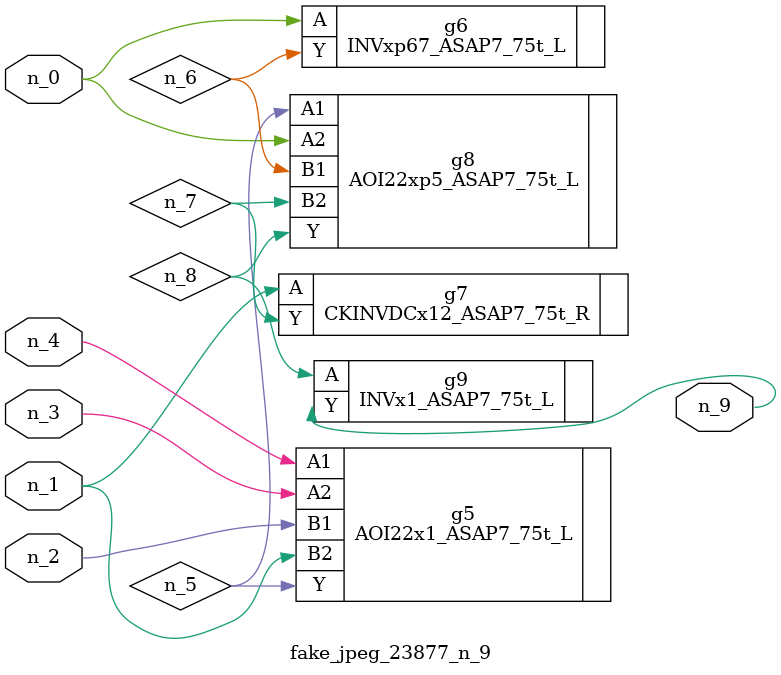
<source format=v>
module fake_jpeg_23877_n_9 (n_3, n_2, n_1, n_0, n_4, n_9);

input n_3;
input n_2;
input n_1;
input n_0;
input n_4;

output n_9;

wire n_8;
wire n_6;
wire n_5;
wire n_7;

AOI22x1_ASAP7_75t_L g5 ( 
.A1(n_4),
.A2(n_3),
.B1(n_2),
.B2(n_1),
.Y(n_5)
);

INVxp67_ASAP7_75t_L g6 ( 
.A(n_0),
.Y(n_6)
);

CKINVDCx12_ASAP7_75t_R g7 ( 
.A(n_1),
.Y(n_7)
);

AOI22xp5_ASAP7_75t_L g8 ( 
.A1(n_5),
.A2(n_0),
.B1(n_6),
.B2(n_7),
.Y(n_8)
);

INVx1_ASAP7_75t_L g9 ( 
.A(n_8),
.Y(n_9)
);


endmodule
</source>
